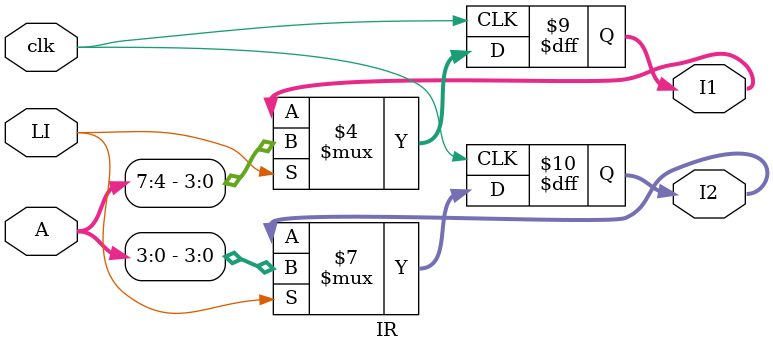
<source format=v>
`timescale 1ns / 1ps
module IR (input [7:0] A,input LI, clk, output reg [3:0] I1,output reg [3:0] I2 );

always @(posedge clk)
begin
if (LI == 1)
begin
I2 [3:0] <= A[3:0];
I1 [3:0] <= A[7:4];
end
else
begin
I1 <= I1;
I2 <= I2;
end
end
endmodule
</source>
